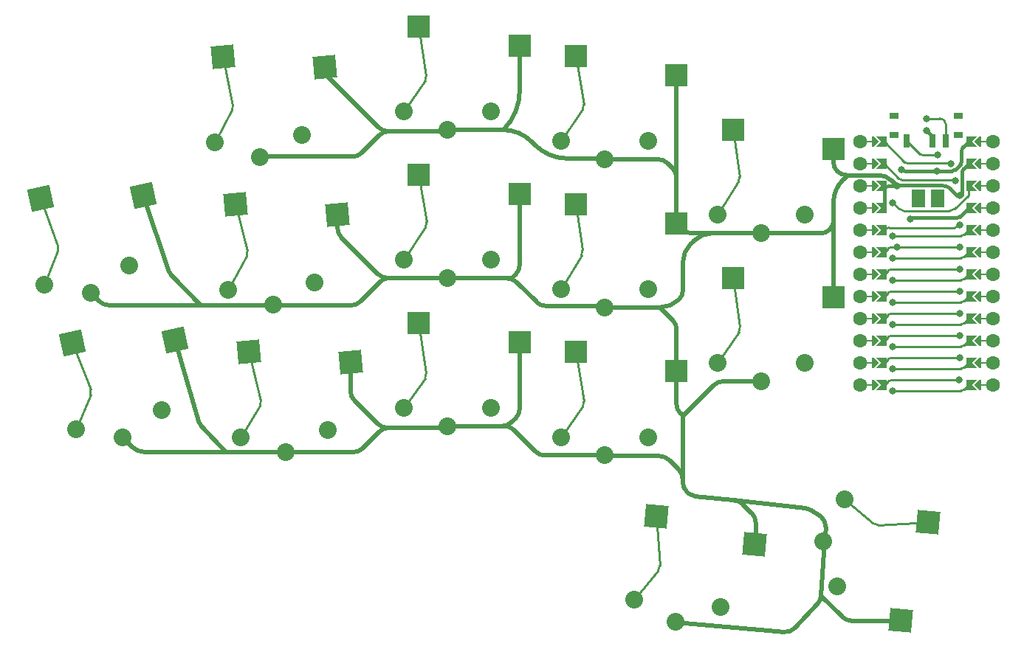
<source format=gbr>
G04 #@! TF.GenerationSoftware,KiCad,Pcbnew,6.0.0-d3dd2cf0fa~116~ubuntu20.04.1*
G04 #@! TF.CreationDate,2022-01-05T23:59:26-05:00*
G04 #@! TF.ProjectId,30_hs,33305f68-732e-46b6-9963-61645f706362,0.1*
G04 #@! TF.SameCoordinates,Original*
G04 #@! TF.FileFunction,Copper,L2,Bot*
G04 #@! TF.FilePolarity,Positive*
%FSLAX46Y46*%
G04 Gerber Fmt 4.6, Leading zero omitted, Abs format (unit mm)*
G04 Created by KiCad (PCBNEW 6.0.0-d3dd2cf0fa~116~ubuntu20.04.1) date 2022-01-05 23:59:26*
%MOMM*%
%LPD*%
G01*
G04 APERTURE LIST*
G04 Aperture macros list*
%AMRotRect*
0 Rectangle, with rotation*
0 The origin of the aperture is its center*
0 $1 length*
0 $2 width*
0 $3 Rotation angle, in degrees counterclockwise*
0 Add horizontal line*
21,1,$1,$2,0,0,$3*%
%AMFreePoly0*
4,1,5,0.125000,-0.500000,-0.125000,-0.500000,-0.125000,0.500000,0.125000,0.500000,0.125000,-0.500000,0.125000,-0.500000,$1*%
%AMFreePoly1*
4,1,6,0.600000,0.200000,0.000000,-0.400000,-0.600000,0.200000,-0.600000,0.400000,0.600000,0.400000,0.600000,0.200000,0.600000,0.200000,$1*%
%AMFreePoly2*
4,1,6,0.600000,-0.250000,-0.600000,-0.250000,-0.600000,1.000000,0.000000,0.400000,0.600000,1.000000,0.600000,-0.250000,0.600000,-0.250000,$1*%
G04 Aperture macros list end*
G04 #@! TA.AperFunction,SMDPad,CuDef*
%ADD10RotRect,2.600000X2.600000X12.500000*%
G04 #@! TD*
G04 #@! TA.AperFunction,ComponentPad*
%ADD11C,2.032000*%
G04 #@! TD*
G04 #@! TA.AperFunction,SMDPad,CuDef*
%ADD12RotRect,2.600000X2.600000X5.000000*%
G04 #@! TD*
G04 #@! TA.AperFunction,SMDPad,CuDef*
%ADD13R,2.600000X2.600000*%
G04 #@! TD*
G04 #@! TA.AperFunction,SMDPad,CuDef*
%ADD14RotRect,2.600000X2.600000X355.000000*%
G04 #@! TD*
G04 #@! TA.AperFunction,SMDPad,CuDef*
%ADD15RotRect,2.600000X2.600000X265.000000*%
G04 #@! TD*
G04 #@! TA.AperFunction,SMDPad,CuDef*
%ADD16R,1.500000X2.100000*%
G04 #@! TD*
G04 #@! TA.AperFunction,SMDPad,CuDef*
%ADD17FreePoly0,90.000000*%
G04 #@! TD*
G04 #@! TA.AperFunction,ComponentPad*
%ADD18C,1.600000*%
G04 #@! TD*
G04 #@! TA.AperFunction,SMDPad,CuDef*
%ADD19FreePoly0,270.000000*%
G04 #@! TD*
G04 #@! TA.AperFunction,SMDPad,CuDef*
%ADD20FreePoly1,270.000000*%
G04 #@! TD*
G04 #@! TA.AperFunction,SMDPad,CuDef*
%ADD21FreePoly1,90.000000*%
G04 #@! TD*
G04 #@! TA.AperFunction,SMDPad,CuDef*
%ADD22FreePoly2,90.000000*%
G04 #@! TD*
G04 #@! TA.AperFunction,SMDPad,CuDef*
%ADD23FreePoly2,270.000000*%
G04 #@! TD*
G04 #@! TA.AperFunction,SMDPad,CuDef*
%ADD24R,1.000000X0.800000*%
G04 #@! TD*
G04 #@! TA.AperFunction,SMDPad,CuDef*
%ADD25R,0.700000X1.500000*%
G04 #@! TD*
G04 #@! TA.AperFunction,ViaPad*
%ADD26C,0.800000*%
G04 #@! TD*
G04 #@! TA.AperFunction,Conductor*
%ADD27C,0.250000*%
G04 #@! TD*
G04 #@! TA.AperFunction,Conductor*
%ADD28C,0.500000*%
G04 #@! TD*
G04 #@! TA.AperFunction,Conductor*
%ADD29C,0.400000*%
G04 #@! TD*
G04 APERTURE END LIST*
D10*
X32559396Y-70823606D03*
D11*
X38321575Y-81683874D03*
X32985571Y-80715851D03*
X42748532Y-78551455D03*
D10*
X44311782Y-70471580D03*
D12*
X53457746Y-54548662D03*
D11*
X57753079Y-66068134D03*
X62551025Y-63540346D03*
X52589078Y-64411904D03*
D12*
X65155537Y-55733641D03*
D13*
X87505000Y-53308851D03*
D11*
X84230000Y-60858851D03*
X74230000Y-60858851D03*
X79230000Y-62958851D03*
D13*
X75955000Y-51108851D03*
D11*
X97233086Y-66327567D03*
D13*
X93958086Y-54477567D03*
X105508086Y-56677567D03*
D11*
X102233086Y-64227567D03*
X92233086Y-64227567D03*
D13*
X111958089Y-62977570D03*
D11*
X115233089Y-74827570D03*
X120233089Y-72727570D03*
X110233089Y-72727570D03*
D13*
X123508089Y-65177570D03*
D10*
X36238872Y-87420632D03*
D11*
X42001051Y-98280900D03*
X46428008Y-95148481D03*
D10*
X47991258Y-87068606D03*
D11*
X36665047Y-97312877D03*
X59234721Y-83003450D03*
D12*
X54939388Y-71483978D03*
D11*
X64032667Y-80475662D03*
X54070720Y-81347220D03*
D12*
X66637179Y-72668957D03*
D13*
X87505000Y-70308851D03*
D11*
X84230000Y-77858851D03*
X74230000Y-77858851D03*
X79230000Y-79958851D03*
D13*
X75955000Y-68108851D03*
D11*
X102233086Y-81227564D03*
D13*
X105508086Y-73677564D03*
D11*
X92233086Y-81227564D03*
D13*
X93958086Y-71477564D03*
D11*
X97233086Y-83327564D03*
D13*
X123508089Y-82177569D03*
D11*
X120233089Y-89727569D03*
X110233089Y-89727569D03*
D13*
X111958089Y-79977569D03*
D11*
X115233089Y-91827569D03*
X60716369Y-99938758D03*
D12*
X56421036Y-88419286D03*
D11*
X65514315Y-97410970D03*
D12*
X68118827Y-89604265D03*
D11*
X55552368Y-98282528D03*
X74230000Y-94858862D03*
X84230000Y-94858862D03*
D13*
X87505000Y-87308862D03*
X75955000Y-85108862D03*
D11*
X79230000Y-96958862D03*
X92233086Y-98227566D03*
X102233086Y-98227566D03*
D13*
X105508086Y-90677566D03*
D11*
X97233086Y-100327566D03*
D13*
X93958086Y-88477566D03*
D14*
X103181039Y-107312206D03*
D11*
X105410781Y-119402549D03*
X110574782Y-117746319D03*
D14*
X114495345Y-110510484D03*
D11*
X100612835Y-116874761D03*
X122296236Y-110188449D03*
D15*
X134386579Y-107958707D03*
D11*
X123952466Y-115352450D03*
X124824024Y-105390503D03*
D15*
X131188301Y-119273013D03*
D16*
X135423000Y-70866000D03*
X133223000Y-70866000D03*
D17*
X127789009Y-89734446D03*
D18*
X126519009Y-64334446D03*
D19*
X140489009Y-92274446D03*
D18*
X141759009Y-74494446D03*
D20*
X139981009Y-87194446D03*
D21*
X128297009Y-84654446D03*
D18*
X141759009Y-69414446D03*
D20*
X139981009Y-79574446D03*
D19*
X140489009Y-87194446D03*
D18*
X126519009Y-71954446D03*
X126519009Y-77034446D03*
D21*
X128297009Y-87194446D03*
X128297009Y-74494446D03*
D18*
X141759009Y-79574446D03*
D20*
X139981009Y-66874446D03*
D18*
X141759009Y-92274446D03*
D19*
X140489009Y-74494446D03*
D20*
X139981009Y-84654446D03*
D21*
X128297009Y-79574446D03*
X128297009Y-69414446D03*
D18*
X126519009Y-66874446D03*
X141759009Y-84654446D03*
D21*
X128297009Y-92274446D03*
D17*
X127789009Y-74494446D03*
D20*
X139981009Y-89734446D03*
D19*
X140489009Y-77034446D03*
D18*
X141759009Y-77034446D03*
D21*
X128297009Y-89734446D03*
D18*
X141759009Y-64334446D03*
D21*
X128297009Y-66874446D03*
D18*
X141759009Y-82114446D03*
D19*
X140489009Y-64334446D03*
D18*
X141759009Y-71954446D03*
D17*
X127789009Y-69414446D03*
D18*
X126519009Y-69414446D03*
D17*
X127789009Y-84654446D03*
D19*
X140489009Y-66874446D03*
D18*
X126519009Y-89734446D03*
D21*
X128297009Y-82114446D03*
D18*
X126519009Y-79574446D03*
D19*
X140489009Y-71954446D03*
D20*
X139981009Y-92274446D03*
D17*
X127789009Y-82114446D03*
X127789009Y-87194446D03*
D21*
X128297009Y-77034446D03*
D18*
X126519009Y-87194446D03*
D20*
X139981009Y-64334446D03*
D18*
X141759009Y-66874446D03*
D20*
X139981009Y-82114446D03*
D17*
X127789009Y-77034446D03*
D20*
X139981009Y-77034446D03*
D19*
X140489009Y-82114446D03*
D20*
X139981009Y-74494446D03*
D18*
X126519009Y-74494446D03*
D17*
X127789009Y-64334446D03*
D20*
X139981009Y-69414446D03*
D18*
X126519009Y-84654446D03*
D19*
X140489009Y-79574446D03*
D18*
X126519009Y-92274446D03*
X126519009Y-82114446D03*
D21*
X128297009Y-71954446D03*
D19*
X140489009Y-69414446D03*
D18*
X141759009Y-89734446D03*
D19*
X140489009Y-84654446D03*
D17*
X127789009Y-92274446D03*
X127789009Y-71954446D03*
D21*
X128297009Y-64334446D03*
D18*
X141759009Y-87194446D03*
D17*
X127789009Y-79574446D03*
D20*
X139981009Y-71954446D03*
D17*
X127789009Y-66874446D03*
D19*
X140489009Y-89734446D03*
D22*
X129313009Y-64334446D03*
X129313009Y-66874446D03*
X129313009Y-69414446D03*
X129313009Y-71954446D03*
X129313009Y-74494446D03*
X129313009Y-77034446D03*
X129313009Y-79574446D03*
X129313009Y-82114446D03*
X129313009Y-84654446D03*
X129313009Y-87194446D03*
X129313009Y-89734446D03*
X129313009Y-92274446D03*
D23*
X138965009Y-92274446D03*
X138965009Y-89734446D03*
X138965009Y-87194446D03*
X138965009Y-84654446D03*
X138965009Y-82114446D03*
X138965009Y-79574446D03*
X138965009Y-77034446D03*
X138965009Y-74494446D03*
X138965009Y-71954446D03*
X138965009Y-69414446D03*
X138965009Y-66874446D03*
X138965009Y-64334446D03*
D24*
X137797486Y-61341256D03*
X130497486Y-61341256D03*
X130497486Y-63541256D03*
X137797486Y-63541256D03*
D25*
X131897486Y-64191256D03*
X134897486Y-64191256D03*
X136397486Y-64191256D03*
D26*
X134147489Y-61641258D03*
X137965009Y-73859446D03*
X130313009Y-85289444D03*
X130313007Y-87829443D03*
X130313008Y-90369445D03*
X130313005Y-92909447D03*
X137965007Y-86559444D03*
X137965009Y-76399444D03*
X130813009Y-76399446D03*
X130313006Y-77669446D03*
X130313007Y-80209443D03*
X130313007Y-82749441D03*
X137965005Y-84019446D03*
X137965011Y-81479447D03*
X137965007Y-78939446D03*
X137965007Y-89099443D03*
X137922000Y-91694000D03*
X130313008Y-71319445D03*
X137465008Y-68779446D03*
X136965009Y-66874444D03*
X130813008Y-69414444D03*
X138023600Y-70459600D03*
X134147491Y-63041258D03*
X132313009Y-73224443D03*
X133153388Y-70866000D03*
X135419174Y-65864289D03*
X135423001Y-70866001D03*
X135382000Y-67691000D03*
X131313008Y-67509445D03*
X130313007Y-75129443D03*
D27*
X136397488Y-62305390D02*
X136397491Y-64191258D01*
X136086912Y-61787707D02*
X136251043Y-61951840D01*
X134147489Y-61641258D02*
X135733356Y-61641258D01*
X136251043Y-61951840D02*
G75*
G02*
X136397488Y-62305390I-353552J-353551D01*
G01*
X135733356Y-61641259D02*
G75*
G02*
X136086912Y-61787707I-1J-500003D01*
G01*
X34544835Y-76238199D02*
X32559396Y-70823606D01*
X129313009Y-74494446D02*
X129484063Y-74323392D01*
X137793956Y-74030499D02*
X137965009Y-73859446D01*
X131313009Y-74176946D02*
X137440402Y-74176946D01*
X32985571Y-80715851D02*
X34537246Y-76808903D01*
X129837616Y-74176946D02*
X131313009Y-74176946D01*
X137793956Y-74030499D02*
G75*
G02*
X137440402Y-74176946I-353553J353550D01*
G01*
X129484063Y-74323392D02*
G75*
G02*
X129837616Y-74176946I353553J-353556D01*
G01*
X34544834Y-76238199D02*
G75*
G02*
X34537245Y-76808903I-751100J-275415D01*
G01*
X54617101Y-60169299D02*
X53457746Y-54548662D01*
X138476455Y-85142998D02*
X138965007Y-84654447D01*
X130313009Y-85289444D02*
X138122902Y-85289444D01*
X52589078Y-64411904D02*
X54541477Y-60703607D01*
X138122902Y-85289443D02*
G75*
G03*
X138476455Y-85142998I0J500001D01*
G01*
X54617100Y-60169299D02*
G75*
G02*
X54541477Y-60703607I-783510J-161611D01*
G01*
X130313007Y-87829443D02*
X138122901Y-87829445D01*
X76804024Y-56739817D02*
X75969393Y-51108851D01*
X138476454Y-87682999D02*
X138965008Y-87194447D01*
X74244393Y-60858851D02*
X76672952Y-57308807D01*
X76804024Y-56739817D02*
G75*
G02*
X76672952Y-57308807I-791350J-117297D01*
G01*
X138476454Y-87682999D02*
G75*
G02*
X138122901Y-87829445I-353553J353556D01*
G01*
X130313008Y-90369445D02*
X138122901Y-90369448D01*
X138476456Y-90223000D02*
X138965009Y-89734442D01*
X92233086Y-64227567D02*
X94740121Y-60616308D01*
X94872330Y-60030116D02*
X93958086Y-54477567D01*
X94872330Y-60030116D02*
G75*
G02*
X94740121Y-60616308I-789373J-129971D01*
G01*
X138476456Y-90223000D02*
G75*
G02*
X138122901Y-90369448I-353556J353556D01*
G01*
X110233089Y-72727570D02*
X112621588Y-68872603D01*
X130313005Y-92909447D02*
X138122898Y-92909446D01*
X112733300Y-68336724D02*
X111958089Y-62977570D01*
X138476451Y-92763000D02*
X138965006Y-92274446D01*
X112733300Y-68336724D02*
G75*
G02*
X112621588Y-68872603I-791763J-114529D01*
G01*
X138476451Y-92763000D02*
G75*
G02*
X138122898Y-92909446I-353553J353556D01*
G01*
X129801560Y-86705891D02*
X129313007Y-87194443D01*
X38309000Y-92751295D02*
X36238872Y-87420632D01*
X137965007Y-86559444D02*
X130155113Y-86559445D01*
X36665047Y-97312877D02*
X38302717Y-93346188D01*
X130155113Y-86559446D02*
G75*
G03*
X129801560Y-86705891I0J-500001D01*
G01*
X38309000Y-92751295D02*
G75*
G02*
X38302716Y-93346188I-745745J-289603D01*
G01*
X130813009Y-76399446D02*
X130155116Y-76399446D01*
X56297474Y-76820372D02*
X54939388Y-71483978D01*
X130813011Y-76399444D02*
X130813009Y-76399446D01*
X54070720Y-81347220D02*
X56224416Y-77400921D01*
X137965009Y-76399444D02*
X130813011Y-76399444D01*
X129801562Y-76545893D02*
X129313009Y-77034446D01*
X129801562Y-76545893D02*
G75*
G02*
X130155116Y-76399446I353553J-353550D01*
G01*
X56297474Y-76820372D02*
G75*
G02*
X56224416Y-77400921I-775282J-197308D01*
G01*
X130313006Y-77669446D02*
X138122899Y-77669446D01*
X74244389Y-77858851D02*
X76728469Y-74085554D01*
X76849874Y-73517106D02*
X75969389Y-68108851D01*
X138476453Y-77522999D02*
X138965008Y-77034444D01*
X76728468Y-74085554D02*
G75*
G03*
X76849873Y-73517106I-668197J439897D01*
G01*
X138476453Y-77522999D02*
G75*
G02*
X138122899Y-77669446I-353553J353550D01*
G01*
X92233093Y-81227564D02*
X94602047Y-77319104D01*
X138476455Y-80062999D02*
X138965007Y-79574444D01*
X94710015Y-76792373D02*
X93958093Y-71477564D01*
X130313007Y-80209443D02*
X138122900Y-80209447D01*
X94710015Y-76792373D02*
G75*
G02*
X94602047Y-77319104I-792104J-112068D01*
G01*
X138476455Y-80062999D02*
G75*
G02*
X138122900Y-80209447I-353556J353556D01*
G01*
X138476456Y-82602997D02*
X138965008Y-82114444D01*
X110233093Y-89727569D02*
X112650868Y-86157147D01*
X112780021Y-85592716D02*
X111958093Y-79977569D01*
X130313007Y-82749441D02*
X138122902Y-82749444D01*
X112780020Y-85592716D02*
G75*
G02*
X112650868Y-86157147I-791575J-115864D01*
G01*
X138122902Y-82749444D02*
G75*
G03*
X138476456Y-82602997I1J499997D01*
G01*
X129801560Y-84165893D02*
X129313008Y-84654447D01*
X55552368Y-98282528D02*
X57753638Y-94610830D01*
X137965005Y-84019446D02*
X130155114Y-84019446D01*
X57842756Y-94002045D02*
X56421036Y-88419286D01*
X57753638Y-94610830D02*
G75*
G03*
X57842756Y-94002045I-686132J411356D01*
G01*
X130155114Y-84019446D02*
G75*
G03*
X129801560Y-84165893I-1J-499997D01*
G01*
X129801562Y-81625893D02*
X129313006Y-82114447D01*
X76804120Y-90882653D02*
X75969382Y-85108862D01*
X74244382Y-94858862D02*
X76664000Y-91461186D01*
X137965011Y-81479447D02*
X130155115Y-81479447D01*
X130155115Y-81479448D02*
G75*
G03*
X129801562Y-81625893I0J-500001D01*
G01*
X76804119Y-90882653D02*
G75*
G02*
X76663999Y-91461185I-791769J-114469D01*
G01*
X129801563Y-79085890D02*
X129313006Y-79574444D01*
X92233093Y-98227566D02*
X94757290Y-94694715D01*
X94895468Y-94098030D02*
X93958093Y-88477566D01*
X137965007Y-78939446D02*
X130155115Y-78939445D01*
X130155115Y-78939446D02*
G75*
G03*
X129801563Y-79085890I0J-500001D01*
G01*
X94895468Y-94098030D02*
G75*
G02*
X94757290Y-94694715I-789101J-131605D01*
G01*
X103577505Y-112978495D02*
X103181039Y-107312206D01*
X100612835Y-116874761D02*
X103393340Y-113547312D01*
X137965007Y-89099443D02*
X130155115Y-89099445D01*
X129801562Y-89245891D02*
X129313009Y-89734443D01*
X103393339Y-113547311D02*
G75*
G03*
X103577504Y-112978495I-613887J512979D01*
G01*
X129801562Y-89245891D02*
G75*
G02*
X130155115Y-89099445I353553J-353556D01*
G01*
X124824024Y-105390503D02*
X128004536Y-108114749D01*
X129747000Y-91840447D02*
X129313004Y-92274443D01*
X137922000Y-91694000D02*
X130100554Y-91694000D01*
X128572626Y-108305742D02*
X134386579Y-107958707D01*
X129747000Y-91840447D02*
G75*
G02*
X130100554Y-91694000I353553J-353550D01*
G01*
X128004536Y-108114749D02*
G75*
G03*
X128572626Y-108305742I520423J607587D01*
G01*
X137408419Y-72028685D02*
X138965008Y-70472096D01*
X131587934Y-72263000D02*
X136842733Y-72263000D01*
X130313008Y-71319445D02*
X131022249Y-72028686D01*
X138965008Y-70472096D02*
X138965008Y-69414446D01*
X137408419Y-72028685D02*
G75*
G02*
X136842733Y-72263000I-565689J565692D01*
G01*
X131022249Y-72028686D02*
G75*
G03*
X131587934Y-72263000I565685J565686D01*
G01*
X130982049Y-68543488D02*
X129313008Y-66874446D01*
X137375497Y-68689933D02*
X131335603Y-68689935D01*
X137465008Y-68779446D02*
X137375497Y-68689933D01*
X131335603Y-68689935D02*
G75*
G02*
X130982049Y-68543488I-1J499997D01*
G01*
X136965009Y-66874444D02*
X136875495Y-66784933D01*
X136875495Y-66784933D02*
X131970605Y-66784936D01*
X131617051Y-66638489D02*
X129313008Y-64334444D01*
X131970605Y-66784936D02*
G75*
G02*
X131617051Y-66638489I-1J499997D01*
G01*
D28*
X125548214Y-68160000D02*
X125016920Y-68160000D01*
X59234721Y-83003450D02*
X59129371Y-83108800D01*
X43073122Y-99352971D02*
X42001051Y-98280900D01*
X90511920Y-83159600D02*
X97065129Y-83159600D01*
X87180340Y-80449340D02*
X89451260Y-82720260D01*
X106242970Y-81360720D02*
X106242970Y-78176583D01*
X79244382Y-96958862D02*
X79048244Y-97155000D01*
X68339680Y-66040000D02*
X57781213Y-66040000D01*
X103615833Y-83327567D02*
X105068753Y-84780487D01*
X47212715Y-79067289D02*
X44311782Y-70471580D01*
D29*
X138023600Y-70459600D02*
X137689232Y-70459600D01*
X129313008Y-69914445D02*
X129313009Y-71954447D01*
D28*
X130122926Y-68745786D02*
X130791584Y-69414444D01*
X69222540Y-82669460D02*
X71493809Y-80398191D01*
X89347226Y-99888226D02*
X86857202Y-97398202D01*
X71442660Y-97594340D02*
X69537582Y-99499418D01*
X79244389Y-79958851D02*
X79295538Y-80010000D01*
X87519389Y-78459291D02*
X87519389Y-70308851D01*
X122084099Y-116437957D02*
X124506802Y-118860660D01*
X112015901Y-105484099D02*
X112037779Y-105484099D01*
X50672241Y-96368545D02*
X47991258Y-87068606D01*
X72554469Y-79958851D02*
X72355171Y-79958851D01*
X120308760Y-106388774D02*
X112015901Y-105484099D01*
X59234721Y-83003450D02*
X59340071Y-83108800D01*
X106360783Y-104025188D02*
X106333476Y-103950182D01*
D29*
X135950312Y-69342000D02*
X130885452Y-69342000D01*
D28*
X110834625Y-91827569D02*
X115233093Y-91827569D01*
D29*
X137689232Y-70459600D02*
X137010972Y-69781340D01*
D28*
X79295538Y-80010000D02*
X86119680Y-80010000D01*
X79084244Y-63119000D02*
X72503320Y-63119000D01*
D29*
X130885452Y-69342000D02*
X130813008Y-69414444D01*
D28*
X105508093Y-73677564D02*
X105508093Y-68454413D01*
X121685615Y-117355154D02*
X119116650Y-120114413D01*
X106242969Y-95797905D02*
X109773965Y-92266909D01*
D29*
X130813008Y-69414444D02*
X129813008Y-69414445D01*
D28*
X105508093Y-68454413D02*
X105508086Y-56677567D01*
X85241138Y-96958862D02*
X79244382Y-96958862D01*
X117888964Y-120586654D02*
X105505753Y-119510681D01*
X97233090Y-83327567D02*
X103615833Y-83327567D01*
X68476922Y-99938758D02*
X60716369Y-99938758D01*
D29*
X130813008Y-69414444D02*
X130791584Y-69414444D01*
D28*
X85796542Y-96958862D02*
X85241138Y-96958862D01*
X71442660Y-63558340D02*
X69400340Y-65600660D01*
X59129371Y-83108800D02*
X50991200Y-83108800D01*
X97285786Y-100380800D02*
X97233093Y-100433493D01*
X109589420Y-74825000D02*
X107276849Y-74825000D01*
X97233086Y-66327567D02*
X97148719Y-66243200D01*
X123072029Y-74399291D02*
X123056045Y-74415275D01*
X97148719Y-66243200D02*
X93041917Y-66243200D01*
X105657185Y-101796385D02*
X104827386Y-100966586D01*
X123508093Y-73341907D02*
X123508093Y-71306295D01*
X125548214Y-68160000D02*
X128708713Y-68160000D01*
D29*
X138023600Y-70459600D02*
X138140326Y-70459600D01*
D28*
X86580478Y-96519522D02*
X87080042Y-96019958D01*
X65155537Y-56480537D02*
X65155537Y-55733641D01*
X105508093Y-85841147D02*
X105508093Y-90677566D01*
X57781213Y-66040000D02*
X57753079Y-66068134D01*
X105068753Y-67393753D02*
X104441907Y-66766907D01*
X86590000Y-80010000D02*
X87080049Y-79519951D01*
X60716369Y-99938758D02*
X53863758Y-99938758D01*
X72554469Y-79958851D02*
X79244389Y-79958851D01*
X50991200Y-83108800D02*
X50991200Y-83066200D01*
D29*
X138140326Y-70459600D02*
X138229499Y-70370427D01*
D28*
X50991200Y-83108800D02*
X40574928Y-83108800D01*
X103413173Y-100380800D02*
X97285786Y-100380800D01*
X79048244Y-97155000D02*
X72503320Y-97155000D01*
X89245795Y-64670795D02*
X88865356Y-64290356D01*
X68118827Y-92947507D02*
X68118827Y-89604265D01*
X71354660Y-62679660D02*
X65155537Y-56480537D01*
X103381247Y-66327567D02*
X97233086Y-66327567D01*
X97233093Y-100327566D02*
X90407886Y-100327566D01*
X59340071Y-83108800D02*
X68161880Y-83108800D01*
X113098439Y-105923439D02*
X114150977Y-106975977D01*
X105508093Y-94441709D02*
X105508093Y-90677566D01*
X66637179Y-74240859D02*
X66637179Y-72668957D01*
X106242972Y-103437035D02*
X106242969Y-95797905D01*
X106216189Y-74385660D02*
X105508093Y-73677564D01*
D29*
X134751043Y-63644810D02*
X134147491Y-63041258D01*
D28*
X50991200Y-83066200D02*
X47573299Y-79648299D01*
X85650818Y-62958851D02*
X79244393Y-62958851D01*
X53863758Y-99938758D02*
X51032063Y-96992466D01*
X123508093Y-82177569D02*
X123508093Y-73341907D01*
D29*
X138410965Y-67428485D02*
X138965008Y-66874448D01*
D28*
X85241138Y-96958862D02*
X85519818Y-96958862D01*
X115233089Y-74827570D02*
X122060679Y-74827570D01*
X123956260Y-67720660D02*
X123947429Y-67711829D01*
X72503320Y-97155000D02*
X72326320Y-97155000D01*
X109591988Y-74827568D02*
X109589420Y-74825000D01*
X112015901Y-105484099D02*
X107607608Y-105003194D01*
X71294511Y-79519511D02*
X67076519Y-75301519D01*
X109591988Y-74827568D02*
X115233090Y-74827569D01*
X87519382Y-94959298D02*
X87519382Y-87308862D01*
X122519451Y-110229781D02*
X122624679Y-108589501D01*
X114590317Y-108036637D02*
X114590317Y-110618616D01*
X87525000Y-58434188D02*
X87519393Y-53308851D01*
X121922755Y-107221472D02*
X120941087Y-106607930D01*
X39160714Y-82523013D02*
X38321575Y-81683874D01*
X125567462Y-119300000D02*
X131397171Y-119300000D01*
X122519451Y-110229781D02*
X122084099Y-116437957D01*
X79244393Y-62958851D02*
X79084244Y-63119000D01*
X106242969Y-95797905D02*
X105947433Y-95502369D01*
X86119680Y-80010000D02*
X86590000Y-80010000D01*
X97233093Y-100433493D02*
X97233093Y-100327566D01*
X97065129Y-83159600D02*
X97233093Y-83327564D01*
X124583170Y-68710830D02*
X124841107Y-68452893D01*
D29*
X138264519Y-70177826D02*
X138264517Y-67782040D01*
D28*
X71265660Y-96715660D02*
X68558167Y-94008167D01*
X107121655Y-76055261D02*
X107470666Y-75706248D01*
X123508089Y-66651169D02*
X123508089Y-65177570D01*
X53863758Y-99938758D02*
X44487336Y-99938758D01*
X72503320Y-63119000D02*
X72415320Y-63119000D01*
D29*
X134897491Y-64191256D02*
X134897490Y-63998361D01*
D28*
X71442660Y-97594340D02*
G75*
G02*
X72503320Y-97155000I1060661J-1060662D01*
G01*
X71265660Y-96715660D02*
G75*
G03*
X72326320Y-97155000I1060661J1060662D01*
G01*
X104441907Y-66766907D02*
G75*
G03*
X103381247Y-66327567I-1060661J-1060662D01*
G01*
X106242972Y-103437035D02*
G75*
G03*
X106333476Y-103950182I1499982J-2D01*
G01*
X123508090Y-66651169D02*
G75*
G03*
X123947430Y-67711828I1500001J1D01*
G01*
X72415320Y-63118999D02*
G75*
G02*
X71354661Y-62679659I1J1500001D01*
G01*
X106242971Y-103210599D02*
G75*
G03*
X105657184Y-101796386I-1999999J0D01*
G01*
X130122926Y-68745786D02*
G75*
G03*
X128708713Y-68160000I-1414213J-1414214D01*
G01*
X89347226Y-99888226D02*
G75*
G03*
X90407886Y-100327566I1060661J1060662D01*
G01*
X122060679Y-74827569D02*
G75*
G03*
X123056045Y-74415275I-5J1407670D01*
G01*
X68118828Y-92947507D02*
G75*
G03*
X68558168Y-94008166I1500001J1D01*
G01*
X124506802Y-118860660D02*
G75*
G03*
X125567462Y-119300000I1060661J1060662D01*
G01*
X72355171Y-79958850D02*
G75*
G02*
X71294512Y-79519510I1J1500001D01*
G01*
X105947433Y-95502369D02*
G75*
G02*
X105508093Y-94441709I1060662J1060661D01*
G01*
X103615833Y-83327567D02*
G75*
G03*
X105803630Y-82421370I1J3094053D01*
G01*
X90511920Y-83159599D02*
G75*
G02*
X89451261Y-82720259I1J1500001D01*
G01*
X114150977Y-106975977D02*
G75*
G02*
X114590317Y-108036637I-1060662J-1060661D01*
G01*
X121685615Y-117355154D02*
G75*
G03*
X122084099Y-116437957I-1097836J1022125D01*
G01*
X103413173Y-100380801D02*
G75*
G02*
X104827385Y-100966587I0J-1999999D01*
G01*
D29*
X129813008Y-69414445D02*
G75*
G03*
X129313008Y-69914445I1J-500001D01*
G01*
D28*
X109773965Y-92266909D02*
G75*
G02*
X110834625Y-91827569I1060661J-1060662D01*
G01*
X119116650Y-120114413D02*
G75*
G02*
X117888964Y-120586654I-1097841J1022131D01*
G01*
X68161880Y-83108799D02*
G75*
G03*
X69222539Y-82669459I-1J1500001D01*
G01*
X87080049Y-79519951D02*
G75*
G03*
X87519389Y-78459291I-1060662J1060661D01*
G01*
X89245795Y-64670795D02*
G75*
G03*
X93041917Y-66243200I3796124J3796127D01*
G01*
D29*
X138264518Y-70177826D02*
G75*
G02*
X138229498Y-70370427I-602824J10125D01*
G01*
D28*
X47573300Y-79648298D02*
G75*
G02*
X47212716Y-79067289I1060648J1060652D01*
G01*
X125016920Y-68159999D02*
G75*
G02*
X123956261Y-67720659I1J1500001D01*
G01*
X68476922Y-99938757D02*
G75*
G03*
X69537581Y-99499417I-1J1500001D01*
G01*
X123508093Y-71306295D02*
G75*
G02*
X124583170Y-68710830I3670546J-2D01*
G01*
X85519818Y-96958861D02*
G75*
G03*
X86580477Y-96519521I-1J1500001D01*
G01*
X72554469Y-79958852D02*
G75*
G03*
X71493810Y-80398192I1J-1500001D01*
G01*
X105508092Y-68454413D02*
G75*
G03*
X105068752Y-67393754I-1500001J-1D01*
G01*
X109591988Y-74827569D02*
G75*
G03*
X107470667Y-75706249I8J-3000022D01*
G01*
X85650818Y-62958851D02*
G75*
G03*
X87525000Y-58434188I-4524642J4524662D01*
G01*
X87180340Y-80449340D02*
G75*
G03*
X86119680Y-80010000I-1060661J-1060662D01*
G01*
X68339680Y-66039999D02*
G75*
G03*
X69400339Y-65600659I-1J1500001D01*
G01*
X105068753Y-84780487D02*
G75*
G02*
X105508093Y-85841147I-1060662J-1060661D01*
G01*
X107276849Y-74824999D02*
G75*
G02*
X106216190Y-74385659I1J1500001D01*
G01*
D29*
X134897489Y-63998361D02*
G75*
G03*
X134751043Y-63644810I-500003J-4D01*
G01*
D28*
X44487336Y-99938757D02*
G75*
G02*
X43073123Y-99352970I0J1999999D01*
G01*
X85650818Y-62958852D02*
G75*
G02*
X88865355Y-64290357I-1J-4546046D01*
G01*
X106242970Y-81360720D02*
G75*
G02*
X105803630Y-82421370I-1499975J0D01*
G01*
X106360783Y-104025188D02*
G75*
G03*
X107607608Y-105003193I1409495J513146D01*
G01*
X86857202Y-97398202D02*
G75*
G03*
X85796542Y-96958862I-1060661J-1060662D01*
G01*
X39160714Y-82523013D02*
G75*
G03*
X40574928Y-83108800I1414214J1414213D01*
G01*
X121922755Y-107221472D02*
G75*
G02*
X122624679Y-108589501I-794996J-1271996D01*
G01*
D29*
X135950312Y-69342001D02*
G75*
G02*
X137010971Y-69781341I-1J-1500001D01*
G01*
D28*
X66637180Y-74240859D02*
G75*
G03*
X67076520Y-75301518I1500001J1D01*
G01*
X113098439Y-105923439D02*
G75*
G03*
X112037779Y-105484099I-1060661J-1060662D01*
G01*
X123520199Y-73329800D02*
G75*
G02*
X123080859Y-74390459I-1500001J1D01*
G01*
X125548214Y-68160001D02*
G75*
G03*
X124841108Y-68452894I-1J-999998D01*
G01*
X120308760Y-106388775D02*
G75*
G02*
X120941087Y-106607931I-162673J-1491156D01*
G01*
X51032064Y-96992465D02*
G75*
G02*
X50672242Y-96368545I1081466J1039410D01*
G01*
X87519381Y-94959298D02*
G75*
G02*
X87080041Y-96019957I-1500001J1D01*
G01*
X72503320Y-63119001D02*
G75*
G03*
X71442661Y-63558341I1J-1500001D01*
G01*
X107121655Y-76055261D02*
G75*
G03*
X106242970Y-78176583I2121270J-2121307D01*
G01*
D29*
X138410965Y-67428485D02*
G75*
G03*
X138264517Y-67782040I353544J-353552D01*
G01*
X137652409Y-73059934D02*
X132684625Y-73059934D01*
X138005963Y-72913487D02*
X138965007Y-71954443D01*
X132331071Y-73206381D02*
X132313009Y-73224443D01*
X132331071Y-73206381D02*
G75*
G02*
X132684625Y-73059934I353553J-353550D01*
G01*
X137652409Y-73059934D02*
G75*
G03*
X138005963Y-72913487I1J499997D01*
G01*
D27*
X131897486Y-64191256D02*
X133424073Y-65717843D01*
X133777626Y-65864289D02*
X135419174Y-65864289D01*
X133777626Y-65864288D02*
G75*
G02*
X133424073Y-65717843I0J500001D01*
G01*
D29*
X137447681Y-67527512D02*
X138052462Y-66922727D01*
X137094124Y-67673959D02*
X134818843Y-67673959D01*
X138198907Y-66569175D02*
X138198907Y-65307655D01*
X138345354Y-64954101D02*
X138965010Y-64334446D01*
X131331071Y-67527508D02*
X131313008Y-67509445D01*
X134818840Y-67673956D02*
X131684626Y-67673956D01*
X138198906Y-66569175D02*
G75*
G02*
X138052462Y-66922727I-500001J0D01*
G01*
X138345354Y-64954101D02*
G75*
G03*
X138198907Y-65307655I353550J-353553D01*
G01*
X137094124Y-67673958D02*
G75*
G03*
X137447680Y-67527511I7J499990D01*
G01*
X131684626Y-67673956D02*
G75*
G02*
X131331071Y-67527508I-3J499992D01*
G01*
D27*
X130313007Y-75129443D02*
X138122903Y-75129446D01*
X138476457Y-74982998D02*
X138965009Y-74494444D01*
X138476457Y-74982998D02*
G75*
G02*
X138122903Y-75129446I-353556J353556D01*
G01*
M02*

</source>
